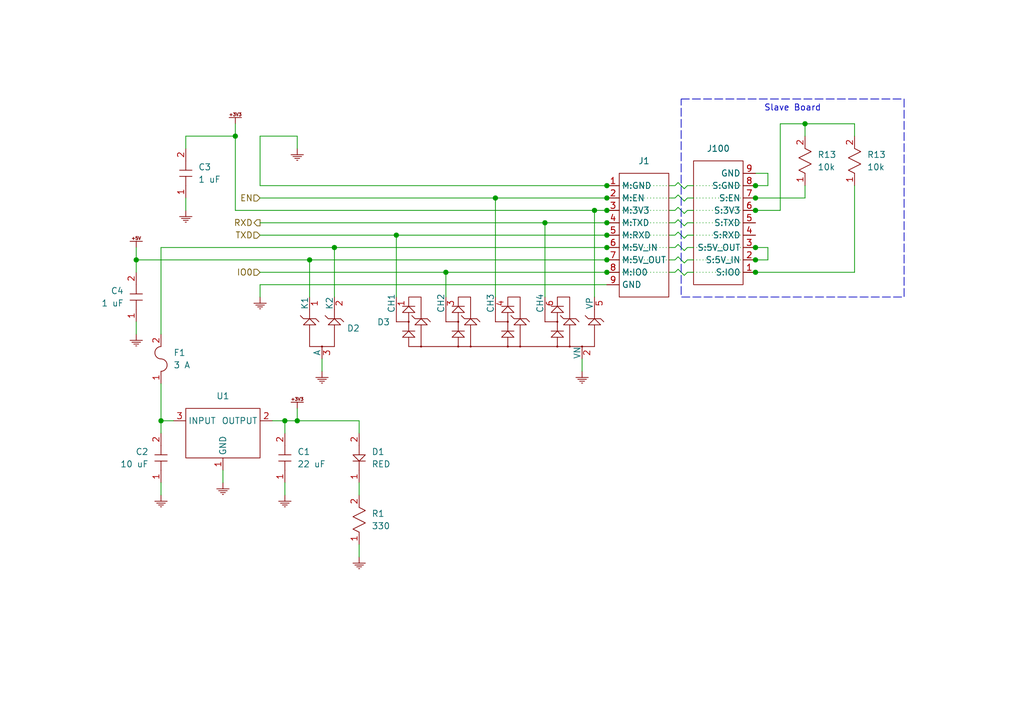
<source format=kicad_sch>
(kicad_sch (version 20230121) (generator eeschema)
  (paper "A5")
  (lib_symbols
    (symbol "zandmd:+3V3" (power) (pin_names (offset 0))
      (symbol "+3V3_0_1"
        (polyline (pts (xy -1.27 1.27) (xy 1.27 1.27)))
        (polyline (pts (xy 0 0) (xy 0 1.27)))
      )
      (symbol "+3V3_1_1"
        (text "+3V3" (at 0 1.905 0) (effects (font (size 0.635 0.635))))
        (pin power_in line (at 0 0 90) (length 0) hide (name "+3V3") (number "1"))
      )
    )
    (symbol "zandmd:+5V" (power) (pin_names (offset 0))
      (symbol "+5V_0_1"
        (polyline (pts (xy -1.27 1.27) (xy 1.27 1.27)))
        (polyline (pts (xy 0 0) (xy 0 1.27)))
      )
      (symbol "+5V_1_1"
        (text "+5V" (at 0 1.905 0) (effects (font (size 0.635 0.635))))
        (pin power_in line (at 0 0 90) (length 0) hide (name "+5V") (number "1"))
      )
    )
    (symbol "zandmd:AZ1084CS2-3.3TRE1"
      (property "Reference" "U" (at 0 0 0))
      (symbol "AZ1084CS2-3.3TRE1_0_1"
        (rectangle (start 2.54 12.7) (end 17.78 2.54))
      )
      (symbol "AZ1084CS2-3.3TRE1_1_1"
        (pin passive line (at 10.16 0 90) (length 2.54) (name "GND") (number "1"))
        (pin power_out line (at 20.32 10.16 180) (length 2.54) (name "OUTPUT") (number "2"))
        (pin power_in line (at 0 10.16 0) (length 2.54) (name "INPUT") (number "3"))
      )
    )
    (symbol "zandmd:CAPACITOR" (pin_names (offset 0))
      (property "Reference" "C" (at 0 0 0))
      (property "Value" "C" (at 0 0 0))
      (symbol "CAPACITOR_0_1"
        (polyline (pts (xy 2.54 0) (xy 4.445 0)))
        (polyline (pts (xy 4.445 1.27) (xy 4.445 -1.27)))
        (polyline (pts (xy 5.715 1.27) (xy 5.715 -1.27)))
        (polyline (pts (xy 7.62 0) (xy 5.715 0)))
      )
      (symbol "CAPACITOR_1_1"
        (pin passive line (at 0 0 0) (length 2.54) (name "") (number "1"))
        (pin passive line (at 10.16 0 180) (length 2.54) (name "") (number "2"))
      )
    )
    (symbol "zandmd:CF25081D0R0-10-NH"
      (property "Reference" "J" (at 0 0 0))
      (symbol "CF25081D0R0-10-NH_0_1"
        (rectangle (start 2.54 25.4) (end 12.7 0))
      )
      (symbol "CF25081D0R0-10-NH_1_1"
        (pin unspecified line (at 0 22.86 0) (length 2.54) (name "P1") (number "1") (alternate "M:GND" passive line) (alternate "S:IO0" open_collector line))
        (pin unspecified line (at 0 20.32 0) (length 2.54) (name "P2") (number "2") (alternate "M:EN" input line) (alternate "S:5V_IN" power_out line))
        (pin unspecified line (at 0 17.78 0) (length 2.54) (name "P3") (number "3") (alternate "M:3V3" power_in line) (alternate "S:5V_OUT" power_in line))
        (pin unspecified line (at 0 15.24 0) (length 2.54) (name "P4") (number "4") (alternate "M:TXD" output line) (alternate "S:RXD" output line))
        (pin unspecified line (at 0 12.7 0) (length 2.54) (name "P5") (number "5") (alternate "M:RXD" input line) (alternate "S:TXD" input line))
        (pin unspecified line (at 0 10.16 0) (length 2.54) (name "P6") (number "6") (alternate "M:5V_IN" power_out line) (alternate "S:3V3" power_out line))
        (pin unspecified line (at 0 7.62 0) (length 2.54) (name "P7") (number "7") (alternate "M:5V_OUT" power_in line) (alternate "S:EN" open_collector line))
        (pin unspecified line (at 0 5.08 0) (length 2.54) (name "P8") (number "8") (alternate "M:IO0" input line) (alternate "S:GND" passive line))
        (pin passive line (at 0 2.54 0) (length 2.54) (name "GND") (number "9"))
      )
    )
    (symbol "zandmd:CM1293A-04SO" (pin_names (offset 0))
      (property "Reference" "D" (at 0 0 0))
      (symbol "CM1293A-04SO_0_1"
        (polyline (pts (xy 0 10.16) (xy 0 7.62)))
        (polyline (pts (xy 1.27 5.715) (xy 3.81 5.715)))
        (polyline (pts (xy 1.27 10.795) (xy 3.81 10.795)))
        (polyline (pts (xy 2.54 4.445) (xy 2.54 2.54)))
        (polyline (pts (xy 2.54 7.62) (xy 0 7.62)))
        (polyline (pts (xy 2.54 9.525) (xy 2.54 5.715)))
        (polyline (pts (xy 5.08 6.985) (xy 5.08 2.54)))
        (polyline (pts (xy 10.16 10.16) (xy 10.16 7.62)))
        (polyline (pts (xy 11.43 5.715) (xy 13.97 5.715)))
        (polyline (pts (xy 11.43 10.795) (xy 13.97 10.795)))
        (polyline (pts (xy 12.7 4.445) (xy 12.7 2.54)))
        (polyline (pts (xy 12.7 7.62) (xy 10.16 7.62)))
        (polyline (pts (xy 12.7 9.525) (xy 12.7 5.715)))
        (polyline (pts (xy 15.24 6.985) (xy 15.24 2.54)))
        (polyline (pts (xy 20.32 10.16) (xy 20.32 7.62)))
        (polyline (pts (xy 21.59 5.715) (xy 24.13 5.715)))
        (polyline (pts (xy 21.59 10.795) (xy 24.13 10.795)))
        (polyline (pts (xy 22.86 4.445) (xy 22.86 2.54)))
        (polyline (pts (xy 22.86 7.62) (xy 20.32 7.62)))
        (polyline (pts (xy 22.86 9.525) (xy 22.86 5.715)))
        (polyline (pts (xy 25.4 6.985) (xy 25.4 2.54)))
        (polyline (pts (xy 30.48 10.16) (xy 30.48 7.62)))
        (polyline (pts (xy 31.75 5.715) (xy 34.29 5.715)))
        (polyline (pts (xy 31.75 10.795) (xy 34.29 10.795)))
        (polyline (pts (xy 33.02 4.445) (xy 33.02 2.54)))
        (polyline (pts (xy 33.02 7.62) (xy 30.48 7.62)))
        (polyline (pts (xy 33.02 9.525) (xy 33.02 5.715)))
        (polyline (pts (xy 35.56 6.985) (xy 35.56 2.54)))
        (polyline (pts (xy 40.64 2.54) (xy 2.54 2.54)))
        (polyline (pts (xy 40.64 6.985) (xy 40.64 2.54)))
        (polyline (pts (xy 40.64 8.255) (xy 40.64 10.16)))
        (polyline (pts (xy 2.54 5.715) (xy 1.27 4.445) (xy 3.81 4.445) (xy 2.54 5.715)))
        (polyline (pts (xy 2.54 10.795) (xy 1.27 9.525) (xy 3.81 9.525) (xy 2.54 10.795)))
        (polyline (pts (xy 2.54 10.795) (xy 2.54 12.7) (xy 5.08 12.7) (xy 5.08 8.255)))
        (polyline (pts (xy 5.08 8.255) (xy 3.81 6.985) (xy 6.35 6.985) (xy 5.08 8.255)))
        (polyline (pts (xy 6.985 7.62) (xy 6.35 8.255) (xy 3.81 8.255) (xy 3.175 8.89)))
        (polyline (pts (xy 12.7 5.715) (xy 11.43 4.445) (xy 13.97 4.445) (xy 12.7 5.715)))
        (polyline (pts (xy 12.7 10.795) (xy 11.43 9.525) (xy 13.97 9.525) (xy 12.7 10.795)))
        (polyline (pts (xy 12.7 10.795) (xy 12.7 12.7) (xy 15.24 12.7) (xy 15.24 8.255)))
        (polyline (pts (xy 15.24 8.255) (xy 13.97 6.985) (xy 16.51 6.985) (xy 15.24 8.255)))
        (polyline (pts (xy 17.145 7.62) (xy 16.51 8.255) (xy 13.97 8.255) (xy 13.335 8.89)))
        (polyline (pts (xy 22.86 5.715) (xy 21.59 4.445) (xy 24.13 4.445) (xy 22.86 5.715)))
        (polyline (pts (xy 22.86 10.795) (xy 21.59 9.525) (xy 24.13 9.525) (xy 22.86 10.795)))
        (polyline (pts (xy 22.86 10.795) (xy 22.86 12.7) (xy 25.4 12.7) (xy 25.4 8.255)))
        (polyline (pts (xy 25.4 8.255) (xy 24.13 6.985) (xy 26.67 6.985) (xy 25.4 8.255)))
        (polyline (pts (xy 27.305 7.62) (xy 26.67 8.255) (xy 24.13 8.255) (xy 23.495 8.89)))
        (polyline (pts (xy 33.02 5.715) (xy 31.75 4.445) (xy 34.29 4.445) (xy 33.02 5.715)))
        (polyline (pts (xy 33.02 10.795) (xy 31.75 9.525) (xy 34.29 9.525) (xy 33.02 10.795)))
        (polyline (pts (xy 33.02 10.795) (xy 33.02 12.7) (xy 35.56 12.7) (xy 35.56 8.255)))
        (polyline (pts (xy 35.56 8.255) (xy 34.29 6.985) (xy 36.83 6.985) (xy 35.56 8.255)))
        (polyline (pts (xy 37.465 7.62) (xy 36.83 8.255) (xy 34.29 8.255) (xy 33.655 8.89)))
        (polyline (pts (xy 40.64 8.255) (xy 39.37 6.985) (xy 41.91 6.985) (xy 40.64 8.255)))
        (polyline (pts (xy 42.545 7.62) (xy 41.91 8.255) (xy 39.37 8.255) (xy 38.735 8.89)))
        (circle (center 2.54 7.62) (radius 0.127))
        (circle (center 5.08 2.54) (radius 0.127))
        (circle (center 12.7 2.54) (radius 0.127))
        (circle (center 12.7 7.62) (radius 0.127))
        (circle (center 15.24 2.54) (radius 0.127))
        (circle (center 22.86 2.54) (radius 0.127))
        (circle (center 22.86 7.62) (radius 0.127))
        (circle (center 25.4 2.54) (radius 0.127))
        (circle (center 33.02 2.54) (radius 0.127))
        (circle (center 33.02 7.62) (radius 0.127))
        (circle (center 35.56 2.54) (radius 0.127))
        (circle (center 38.1 2.54) (radius 0.127))
      )
      (symbol "CM1293A-04SO_1_1"
        (pin passive line (at 0 12.7 270) (length 2.54) (name "CH1") (number "1"))
        (pin passive line (at 38.1 0 90) (length 2.54) (name "VN") (number "2"))
        (pin passive line (at 10.16 12.7 270) (length 2.54) (name "CH2") (number "3"))
        (pin passive line (at 20.32 12.7 270) (length 2.54) (name "CH3") (number "4"))
        (pin passive line (at 40.64 12.7 270) (length 2.54) (name "VP") (number "5"))
        (pin passive line (at 30.48 12.7 270) (length 2.54) (name "CH4") (number "6"))
      )
    )
    (symbol "zandmd:DF3A6.8LFV,L3F" (pin_names (offset 0))
      (property "Reference" "D" (at 0 0 0))
      (symbol "DF3A6.8LFV,L3F_0_1"
        (polyline (pts (xy 0 6.985) (xy 0 2.54)))
        (polyline (pts (xy 0 8.255) (xy 0 10.16)))
        (polyline (pts (xy 5.08 2.54) (xy 0 2.54)))
        (polyline (pts (xy 5.08 6.985) (xy 5.08 2.54)))
        (polyline (pts (xy 5.08 8.255) (xy 5.08 10.16)))
        (polyline (pts (xy 0 8.255) (xy -1.27 6.985) (xy 1.27 6.985) (xy 0 8.255)))
        (polyline (pts (xy 1.905 7.62) (xy 1.27 8.255) (xy -1.27 8.255) (xy -1.905 8.89)))
        (polyline (pts (xy 5.08 8.255) (xy 3.81 6.985) (xy 6.35 6.985) (xy 5.08 8.255)))
        (polyline (pts (xy 6.985 7.62) (xy 6.35 8.255) (xy 3.81 8.255) (xy 3.175 8.89)))
        (circle (center 2.54 2.54) (radius 0.127))
      )
      (symbol "DF3A6.8LFV,L3F_1_1"
        (pin passive line (at 0 12.7 270) (length 2.54) (name "K1") (number "1"))
        (pin passive line (at 5.08 12.7 270) (length 2.54) (name "K2") (number "2"))
        (pin passive line (at 2.54 0 90) (length 2.54) (name "A") (number "3"))
      )
    )
    (symbol "zandmd:DIODE" (pin_names (offset 0))
      (property "Reference" "D" (at 0 0 0))
      (symbol "DIODE_0_1"
        (polyline (pts (xy 4.445 0) (xy 2.54 0)))
        (polyline (pts (xy 4.445 1.27) (xy 4.445 -1.27)))
        (polyline (pts (xy 7.62 0) (xy 5.715 0)))
        (polyline (pts (xy 4.445 0) (xy 5.715 -1.27) (xy 5.715 1.27) (xy 4.445 0)))
      )
      (symbol "DIODE_1_1"
        (pin passive line (at 0 0 0) (length 2.54) (name "") (number "1"))
        (pin passive line (at 10.16 0 180) (length 2.54) (name "") (number "2"))
      )
    )
    (symbol "zandmd:GND" (power) (pin_names (offset 0))
      (symbol "GND_0_1"
        (polyline (pts (xy -1.27 -1.27) (xy 1.27 -1.27)))
        (polyline (pts (xy -0.889 -1.651) (xy 0.889 -1.651)))
        (polyline (pts (xy -0.508 -2.032) (xy 0.508 -2.032)))
        (polyline (pts (xy -0.127 -2.413) (xy 0.127 -2.413)))
        (polyline (pts (xy 0 0) (xy 0 -1.27)))
      )
      (symbol "GND_1_1"
        (pin power_in line (at 0 0 270) (length 0) hide (name "GND") (number "1"))
      )
    )
    (symbol "zandmd:PTC" (pin_names (offset 0))
      (property "Reference" "F" (at 0 0 0))
      (symbol "PTC_0_1"
        (arc (start 2.54 0) (mid 3.81 -1.2542) (end 5.08 0))
        (arc (start 7.62 0) (mid 6.35 1.2542) (end 5.08 0))
      )
      (symbol "PTC_1_1"
        (pin passive line (at 0 0 0) (length 2.54) (name "") (number "1"))
        (pin passive line (at 10.16 0 180) (length 2.54) (name "") (number "2"))
      )
    )
    (symbol "zandmd:RESISTOR" (pin_names (offset 0))
      (property "Reference" "R" (at 0 0 0))
      (property "Value" "R" (at 0 0 0))
      (symbol "RESISTOR_0_1"
        (polyline (pts (xy 2.54 0) (xy 3.175 1.27) (xy 4.445 -1.27) (xy 5.715 1.27) (xy 6.985 -1.27) (xy 7.62 0)))
      )
      (symbol "RESISTOR_1_1"
        (pin passive line (at 0 0 0) (length 2.54) (name "") (number "1"))
        (pin passive line (at 10.16 0 180) (length 2.54) (name "") (number "2"))
      )
    )
    (symbol "zandmd:SIM_ONLY" (pin_numbers hide) (pin_names (offset 0) hide) (in_bom no) (on_board no)
      (symbol "SIM_ONLY_1_1"
        (polyline (pts (xy 0 2.54) (xy 0 0)) (stroke (width 0) (color 0 150 0 1)))
        (pin passive line (at 0 2.54 270) (length 0) hide (name "1") (number "1"))
        (pin passive line (at 0 0 90) (length 0) hide (name "2") (number "2"))
      )
    )
    (symbol "zandmd:SIM_ONLY_CABLE" (pin_numbers hide) (pin_names (offset 0) hide) (in_bom no) (on_board no)
      (symbol "SIM_ONLY_CABLE_1_1"
        (polyline (pts (xy 0 0) (xy 1.27 0) (xy 1.905 0.635) (xy 3.175 -0.635) (xy 3.81 0) (xy 5.08 0)) (stroke (width 0) (color 0 150 0 1)))
        (pin passive line (at 5.08 0 180) (length 0) hide (name "1") (number "1"))
        (pin passive line (at 0 0 0) (length 0) hide (name "2") (number "2"))
      )
    )
  )
  (junction (at 154.94 43.18))
  (junction (at 154.94 38.1))
  (junction (at 124.46 53.34))
  (junction (at 124.46 50.8))
  (junction (at 165.1 25.4))
  (junction (at 124.46 55.88))
  (junction (at 111.76 45.72))
  (junction (at 58.42 86.36))
  (junction (at 91.44 55.88))
  (junction (at 101.6 40.64))
  (junction (at 81.28 48.26))
  (junction (at 68.58 50.8))
  (junction (at 27.94 53.34))
  (junction (at 124.46 43.18))
  (junction (at 33.02 86.36))
  (junction (at 121.92 43.18))
  (junction (at 124.46 48.26))
  (junction (at 48.26 27.94))
  (junction (at 124.46 45.72))
  (junction (at 124.46 40.64))
  (junction (at 63.5 53.34))
  (junction (at 154.94 53.34))
  (junction (at 60.96 86.36))
  (junction (at 154.94 50.8))
  (junction (at 124.46 38.1))
  (junction (at 154.94 40.64))
  (junction (at 154.94 55.88))
  (wire (pts (xy 66.04 73.66) (xy 66.04 76.2)))
  (wire (pts (xy 119.38 73.66) (xy 119.38 76.2)))
  (wire (pts (xy 160.02 25.4) (xy 165.1 25.4)))
  (wire (pts (xy 154.94 38.1) (xy 157.48 38.1)))
  (wire (pts (xy 121.92 43.18) (xy 121.92 60.96)))
  (wire (pts (xy 27.94 66.04) (xy 27.94 68.58)))
  (wire (pts (xy 53.34 27.94) (xy 60.96 27.94)))
  (wire (pts (xy 53.34 45.72) (xy 111.76 45.72)))
  (wire (pts (xy 45.72 96.52) (xy 45.72 99.06)))
  (wire (pts (xy 73.66 99.06) (xy 73.66 101.6)))
  (wire (pts (xy 154.94 35.56) (xy 157.48 35.56)))
  (wire (pts (xy 142.24 43.18) (xy 154.94 43.18)) (stroke (width 0) (type dot)))
  (wire (pts (xy 142.24 38.1) (xy 154.94 38.1)) (stroke (width 0) (type dot)))
  (wire (pts (xy 53.34 55.88) (xy 91.44 55.88)))
  (wire (pts (xy 160.02 43.18) (xy 160.02 25.4)))
  (wire (pts (xy 157.48 35.56) (xy 157.48 38.1)))
  (wire (pts (xy 68.58 50.8) (xy 68.58 60.96)))
  (wire (pts (xy 142.24 50.8) (xy 154.94 50.8)) (stroke (width 0) (type dot)))
  (wire (pts (xy 142.24 55.88) (xy 154.94 55.88)) (stroke (width 0) (type dot)))
  (wire (pts (xy 91.44 55.88) (xy 124.46 55.88)))
  (wire (pts (xy 53.34 48.26) (xy 81.28 48.26)))
  (wire (pts (xy 60.96 86.36) (xy 73.66 86.36)))
  (wire (pts (xy 68.58 50.8) (xy 124.46 50.8)))
  (wire (pts (xy 60.96 27.94) (xy 60.96 30.48)))
  (wire (pts (xy 165.1 38.1) (xy 165.1 40.64)))
  (wire (pts (xy 48.26 25.4) (xy 48.26 27.94)))
  (wire (pts (xy 33.02 86.36) (xy 33.02 88.9)))
  (wire (pts (xy 33.02 50.8) (xy 33.02 68.58)))
  (wire (pts (xy 33.02 99.06) (xy 33.02 101.6)))
  (wire (pts (xy 91.44 55.88) (xy 91.44 60.96)))
  (wire (pts (xy 124.46 45.72) (xy 137.16 45.72)) (stroke (width 0) (type dot)))
  (wire (pts (xy 124.46 50.8) (xy 137.16 50.8)) (stroke (width 0) (type dot)))
  (wire (pts (xy 142.24 40.64) (xy 154.94 40.64)) (stroke (width 0) (type dot)))
  (wire (pts (xy 53.34 58.42) (xy 124.46 58.42)))
  (wire (pts (xy 53.34 58.42) (xy 53.34 60.96)))
  (wire (pts (xy 60.96 86.36) (xy 58.42 86.36)))
  (wire (pts (xy 124.46 55.88) (xy 137.16 55.88)) (stroke (width 0) (type dot)))
  (wire (pts (xy 124.46 48.26) (xy 137.16 48.26)) (stroke (width 0) (type dot)))
  (wire (pts (xy 55.88 86.36) (xy 58.42 86.36)))
  (wire (pts (xy 48.26 43.18) (xy 48.26 27.94)))
  (wire (pts (xy 81.28 48.26) (xy 124.46 48.26)))
  (wire (pts (xy 53.34 38.1) (xy 53.34 27.94)))
  (wire (pts (xy 142.24 53.34) (xy 154.94 53.34)) (stroke (width 0) (type dot)))
  (wire (pts (xy 60.96 83.82) (xy 60.96 86.36)))
  (wire (pts (xy 124.46 40.64) (xy 137.16 40.64)) (stroke (width 0) (type dot)))
  (wire (pts (xy 33.02 78.74) (xy 33.02 86.36)))
  (wire (pts (xy 154.94 55.88) (xy 175.26 55.88)))
  (wire (pts (xy 58.42 99.06) (xy 58.42 101.6)))
  (wire (pts (xy 73.66 111.76) (xy 73.66 114.3)))
  (wire (pts (xy 124.46 38.1) (xy 53.34 38.1)))
  (wire (pts (xy 142.24 48.26) (xy 154.94 48.26)) (stroke (width 0) (type dot)))
  (wire (pts (xy 38.1 30.48) (xy 38.1 27.94)))
  (wire (pts (xy 48.26 43.18) (xy 121.92 43.18)))
  (wire (pts (xy 124.46 38.1) (xy 137.16 38.1)) (stroke (width 0) (type dot)))
  (wire (pts (xy 154.94 40.64) (xy 165.1 40.64)))
  (wire (pts (xy 27.94 50.8) (xy 27.94 53.34)))
  (wire (pts (xy 165.1 25.4) (xy 165.1 27.94)))
  (wire (pts (xy 27.94 53.34) (xy 63.5 53.34)))
  (wire (pts (xy 142.24 45.72) (xy 154.94 45.72)) (stroke (width 0) (type dot)))
  (wire (pts (xy 175.26 38.1) (xy 175.26 55.88)))
  (wire (pts (xy 154.94 53.34) (xy 157.48 53.34)))
  (wire (pts (xy 121.92 43.18) (xy 124.46 43.18)))
  (wire (pts (xy 101.6 40.64) (xy 124.46 40.64)))
  (wire (pts (xy 73.66 86.36) (xy 73.66 88.9)))
  (wire (pts (xy 81.28 48.26) (xy 81.28 60.96)))
  (wire (pts (xy 111.76 45.72) (xy 124.46 45.72)))
  (wire (pts (xy 58.42 86.36) (xy 58.42 88.9)))
  (wire (pts (xy 38.1 40.64) (xy 38.1 43.18)))
  (wire (pts (xy 53.34 40.64) (xy 101.6 40.64)))
  (wire (pts (xy 124.46 53.34) (xy 137.16 53.34)) (stroke (width 0) (type dot)))
  (wire (pts (xy 175.26 27.94) (xy 175.26 25.4)))
  (wire (pts (xy 38.1 27.94) (xy 48.26 27.94)))
  (wire (pts (xy 175.26 25.4) (xy 165.1 25.4)))
  (wire (pts (xy 101.6 40.64) (xy 101.6 60.96)))
  (wire (pts (xy 124.46 43.18) (xy 137.16 43.18)) (stroke (width 0) (type dot)))
  (wire (pts (xy 63.5 53.34) (xy 124.46 53.34)))
  (wire (pts (xy 33.02 50.8) (xy 68.58 50.8)))
  (wire (pts (xy 27.94 53.34) (xy 27.94 55.88)))
  (wire (pts (xy 154.94 43.18) (xy 160.02 43.18)))
  (wire (pts (xy 63.5 53.34) (xy 63.5 60.96)))
  (wire (pts (xy 154.94 50.8) (xy 157.48 50.8)))
  (wire (pts (xy 35.56 86.36) (xy 33.02 86.36)))
  (wire (pts (xy 111.76 45.72) (xy 111.76 60.96)))
  (text_box "Slave Board" (at 139.7 20.32 0) (size 45.72 40.64) (stroke (width 0) (type dash)) (effects (font (size 1.27 1.27)) (justify top)))
  (hierarchical_label "TXD" (shape input) (at 53.34 48.26 180))
  (hierarchical_label "RXD" (shape output) (at 53.34 45.72 180))
  (hierarchical_label "EN" (shape input) (at 53.34 40.64 180))
  (hierarchical_label "IO0" (shape input) (at 53.34 55.88 180))
  (symbol (lib_id "zandmd:SIM_ONLY_CABLE") (at 137.16 40.64 0) (unit 1) (in_bom no) (on_board no)
    (property "Reference" "JP102" (effects hide))
    (property "Sim.Device" "R" (effects hide))
    (property "Sim.Params" "r=1" (effects hide))
    (property "Sim.Pins" "1=+ 2=-" (effects hide))
  )
  (symbol (lib_id "zandmd:RESISTOR") (at 165.1 38.1 90) (unit 1) (in_bom no) (on_board no)
    (property "Reference" "R13" (at 167.64 31.75 90) (effects (justify right)))
    (property "Value" "10k" (at 167.64 34.29 90) (effects (justify right)))
    (property "Footprint" "zandmd:PASSIVE-NPOL-0805" (effects hide))
    (property "Sim.Device" "R" (effects hide))
    (property "Sim.Pins" "1=+ 2=-" (effects hide))
    (instances (project "programmer" (path "" (reference "R13") (unit 1)) (path "" (reference "R15") (unit 1)) (path "" (reference "R100") (unit 1))))
  )
  (symbol (lib_id "zandmd:GND") (at 33.02 101.6 0) (unit 1)
    (property "Reference" "#PWR028" (effects hide))
    (property "Value" "GND" (effects hide))
  )
  (symbol (lib_id "zandmd:GND") (at 60.96 30.48 0) (unit 1)
    (property "Reference" "#PWR024" (effects hide))
    (property "Value" "GND" (effects hide))
  )
  (symbol (lib_id "zandmd:CAPACITOR") (at 38.1 40.64 90) (unit 1)
    (property "Reference" "C3" (at 40.64 34.29 90) (effects (justify right)))
    (property "Value" "1 uF" (at 40.64 36.83 90) (effects (justify right)))
    (property "Footprint" "zandmd:PASSIVE-NPOL-0805" (effects hide))
    (property "Sim.Device" "C" (effects hide))
    (property "Sim.Pins" "1=+ 2=-" (effects hide))
  )
  (symbol (lib_id "zandmd:SIM_ONLY_CABLE") (at 137.16 43.18 0) (unit 1) (in_bom no) (on_board no)
    (property "Reference" "JP103" (effects hide))
    (property "Sim.Device" "R" (effects hide))
    (property "Sim.Params" "r=1" (effects hide))
    (property "Sim.Pins" "1=+ 2=-" (effects hide))
  )
  (symbol (lib_id "zandmd:CAPACITOR") (at 33.02 99.06 90) (unit 1)
    (property "Reference" "C2" (at 30.48 92.71 90) (effects (justify left)))
    (property "Value" "10 uF" (at 30.48 95.25 90) (effects (justify left)))
    (property "Footprint" "zandmd:PASSIVE-NPOL-0805" (effects hide))
    (property "Sim.Device" "C" (effects hide))
    (property "Sim.Pins" "1=+ 2=-" (effects hide))
  )
  (symbol (lib_id "zandmd:PTC") (at 33.02 78.74 90) (unit 1)
    (property "Reference" "F1" (at 35.56 72.39 90) (effects (justify right)))
    (property "Value" "3 A" (at 35.56 74.93 90) (effects (justify right)))
    (property "Footprint" "zandmd:PASSIVE-NPOL-1206" (effects hide))
    (property "Sim.Enable" "0" (effects hide))
  )
  (symbol (lib_id "zandmd:GND") (at 119.38 76.2 0) (unit 1)
    (property "Reference" "#PWR033" (effects hide))
    (property "Value" "GND" (effects hide))
  )
  (symbol (lib_id "zandmd:+3V3") (at 60.96 83.82 0) (unit 1)
    (property "Reference" "#PWR031" (effects hide))
    (property "Value" "+3V3" (effects hide))
  )
  (symbol (lib_id "zandmd:SIM_ONLY") (at 157.48 53.34 0) (unit 1) (in_bom no) (on_board no)
    (property "Reference" "JP100" (effects hide))
    (property "Value" "0" (effects hide))
    (property "Sim.Device" "R" (effects hide))
    (property "Sim.Params" "r=0" (effects hide))
    (property "Sim.Pins" "1=+ 2=-" (effects hide))
  )
  (symbol (lib_id "zandmd:GND") (at 45.72 99.06 0) (unit 1)
    (property "Reference" "#PWR029" (effects hide))
    (property "Value" "GND" (effects hide))
  )
  (symbol (lib_id "zandmd:GND") (at 53.34 60.96 0) (unit 1)
    (property "Reference" "#PWR022" (effects hide))
    (property "Value" "GND" (effects hide))
  )
  (symbol (lib_id "zandmd:GND") (at 66.04 76.2 0) (unit 1)
    (property "Reference" "#PWR06" (effects hide))
    (property "Value" "GND" (effects hide))
  )
  (symbol (lib_id "zandmd:AZ1084CS2-3.3TRE1") (at 35.56 96.52 0) (unit 1)
    (property "Reference" "U1" (at 45.72 81.28 0))
    (property "Value" "AZ1084CS2-3.3TRE1" (effects hide))
    (property "Footprint" "zandmd:AZ1084CS2-3.3TRE1" (effects hide))
    (property "Datasheet" "https://www.diodes.com/assets/Datasheets/AZ1084C.pdf" (effects hide))
    (property "Sim.Enable" "0" (effects hide))
  )
  (symbol (lib_id "zandmd:GND") (at 27.94 68.58 0) (unit 1)
    (property "Reference" "#PWR027" (effects hide))
    (property "Value" "GND" (effects hide))
  )
  (symbol (lib_id "zandmd:SIM_ONLY_CABLE") (at 137.16 45.72 0) (unit 1) (in_bom no) (on_board no)
    (property "Reference" "JP104" (effects hide))
    (property "Sim.Device" "R" (effects hide))
    (property "Sim.Params" "r=1" (effects hide))
    (property "Sim.Pins" "1=+ 2=-" (effects hide))
  )
  (symbol (lib_id "zandmd:CAPACITOR") (at 58.42 99.06 90) (unit 1)
    (property "Reference" "C1" (at 60.96 92.71 90) (effects (justify right)))
    (property "Value" "22 uF" (at 60.96 95.25 90) (effects (justify right)))
    (property "Footprint" "zandmd:PASSIVE-NPOL-0805" (effects hide))
    (property "Sim.Device" "C" (effects hide))
    (property "Sim.Pins" "1=+ 2=-" (effects hide))
  )
  (symbol (lib_id "zandmd:SIM_ONLY_CABLE") (at 137.16 50.8 0) (unit 1) (in_bom no) (on_board no)
    (property "Reference" "JP106" (effects hide))
    (property "Sim.Device" "R" (effects hide))
    (property "Sim.Params" "r=1" (effects hide))
    (property "Sim.Pins" "1=+ 2=-" (effects hide))
  )
  (symbol (lib_id "zandmd:SIM_ONLY_CABLE") (at 137.16 55.88 0) (unit 1) (in_bom no) (on_board no)
    (property "Reference" "JP108" (effects hide))
    (property "Sim.Device" "R" (effects hide))
    (property "Sim.Params" "r=1" (effects hide))
    (property "Sim.Pins" "1=+ 2=-" (effects hide))
  )
  (symbol (lib_id "zandmd:CF25081D0R0-10-NH") (at 154.94 33.02 180) (unit 1) (in_bom no) (on_board no)
    (property "Reference" "J100" (at 147.32 30.48 0))
    (property "Value" "CF25081D0R0-10-NH" (effects hide))
    (property "Footprint" "zandmd:CF25081D0R0-10-NH" (effects hide))
    (property "Datasheet" "https://media.digikey.com/pdf/Data%20Sheets/Cvilux%20USA%20PDFs/CF2519SF.PDF" (effects hide))
    (property "Sim.Enable" "0" (effects hide))
    (pin "1" (alternate "S:IO0"))
    (pin "2" (alternate "S:5V_IN"))
    (pin "3" (alternate "S:5V_OUT"))
    (pin "4" (alternate "S:RXD"))
    (pin "5" (alternate "S:TXD"))
    (pin "6" (alternate "S:3V3"))
    (pin "7" (alternate "S:EN"))
    (pin "8" (alternate "S:GND"))
  )
  (symbol (lib_id "zandmd:SIM_ONLY_CABLE") (at 137.16 53.34 0) (unit 1) (in_bom no) (on_board no)
    (property "Reference" "JP107" (effects hide))
    (property "Sim.Device" "R" (effects hide))
    (property "Sim.Params" "r=1" (effects hide))
    (property "Sim.Pins" "1=+ 2=-" (effects hide))
  )
  (symbol (lib_id "zandmd:+3V3") (at 48.26 25.4 0) (unit 1)
    (property "Reference" "#PWR023" (effects hide))
    (property "Value" "+3V3" (effects hide))
  )
  (symbol (lib_id "zandmd:GND") (at 58.42 101.6 0) (unit 1)
    (property "Reference" "#PWR030" (effects hide))
    (property "Value" "GND" (effects hide))
  )
  (symbol (lib_id "zandmd:DIODE") (at 73.66 99.06 90) (unit 1)
    (property "Reference" "D1" (at 76.2 92.71 90) (effects (justify right)))
    (property "Value" "RED" (at 76.2 95.25 90) (effects (justify right)))
    (property "Footprint" "zandmd:PASSIVE-POL-0805" (effects hide))
    (property "Sim.Enable" "0" (effects hide))
  )
  (symbol (lib_id "zandmd:CAPACITOR") (at 27.94 66.04 90) (unit 1)
    (property "Reference" "C4" (at 25.4 59.69 90) (effects (justify left)))
    (property "Value" "1 uF" (at 25.4 62.23 90) (effects (justify left)))
    (property "Footprint" "zandmd:PASSIVE-NPOL-0805" (effects hide))
    (property "Sim.Device" "C" (effects hide))
    (property "Sim.Pins" "1=+ 2=-" (effects hide))
  )
  (symbol (lib_id "zandmd:GND") (at 38.1 43.18 0) (unit 1)
    (property "Reference" "#PWR026" (effects hide))
    (property "Value" "GND" (effects hide))
  )
  (symbol (lib_id "zandmd:SIM_ONLY_CABLE") (at 137.16 48.26 0) (unit 1) (in_bom no) (on_board no)
    (property "Reference" "JP105" (effects hide))
    (property "Sim.Device" "R" (effects hide))
    (property "Sim.Params" "r=1" (effects hide))
    (property "Sim.Pins" "1=+ 2=-" (effects hide))
  )
  (symbol (lib_id "zandmd:CF25081D0R0-10-NH") (at 124.46 60.96 0) (unit 1)
    (property "Reference" "J1" (at 132.08 33.02 0))
    (property "Value" "CF25081D0R0-10-NH" (effects hide))
    (property "Footprint" "zandmd:CF25081D0R0-10-NH" (effects hide))
    (property "Datasheet" "https://media.digikey.com/pdf/Data%20Sheets/Cvilux%20USA%20PDFs/CF2519SF.PDF" (effects hide))
    (property "Sim.Enable" "0" (effects hide))
    (pin "1" (alternate "M:GND"))
    (pin "2" (alternate "M:EN"))
    (pin "3" (alternate "M:3V3"))
    (pin "4" (alternate "M:TXD"))
    (pin "5" (alternate "M:RXD"))
    (pin "6" (alternate "M:5V_IN"))
    (pin "7" (alternate "M:5V_OUT"))
    (pin "8" (alternate "M:IO0"))
  )
  (symbol (lib_id "zandmd:RESISTOR") (at 175.26 38.1 90) (unit 1) (in_bom no) (on_board no)
    (property "Reference" "R13" (at 177.8 31.75 90) (effects (justify right)))
    (property "Value" "10k" (at 177.8 34.29 90) (effects (justify right)))
    (property "Footprint" "zandmd:PASSIVE-NPOL-0805" (effects hide))
    (property "Sim.Device" "R" (effects hide))
    (property "Sim.Pins" "1=+ 2=-" (effects hide))
    (instances (project "programmer" (path "" (reference "R13") (unit 1)) (path "" (reference "R15") (unit 1)) (path "" (reference "R101") (unit 1))))
  )
  (symbol (lib_id "zandmd:CM1293A-04SO") (at 81.28 73.66 0) (unit 1)
    (property "Reference" "D3" (at 80.01 66.1035 0) (effects (justify right)))
    (property "Value" "CM1293A-04SO" (effects hide))
    (property "Footprint" "zandmd:CM1293A-04SO" (effects hide))
    (property "Datasheet" "https://www.onsemi.com/pdf/datasheet/cm1293a-04so-d.pdf" (effects hide))
    (property "Sim.Enable" "0" (effects hide))
  )
  (symbol (lib_id "zandmd:DF3A6.8LFV,L3F") (at 63.5 73.66 0) (unit 1)
    (property "Reference" "D2" (at 71.12 67.3735 0) (effects (justify left)))
    (property "Value" "DF3A6.8LFV,L3F" (effects hide))
    (property "Footprint" "zandmd:DF3A6.8LFV,L3F" (effects hide))
    (property "Datasheet" "https://toshiba.semicon-storage.com/info/DF3A6.8LFV_datasheet_en_20140301.pdf?did=6014&prodName=DF3A6.8LFV" (effects hide))
    (property "Sim.Enable" "0" (effects hide))
  )
  (symbol (lib_id "zandmd:SIM_ONLY_CABLE") (at 137.16 38.1 0) (unit 1) (in_bom no) (on_board no)
    (property "Reference" "JP101" (effects hide))
    (property "Sim.Device" "R" (effects hide))
    (property "Sim.Params" "r=1" (effects hide))
    (property "Sim.Pins" "1=+ 2=-" (effects hide))
  )
  (symbol (lib_id "zandmd:+5V") (at 27.94 50.8 0) (unit 1)
    (property "Reference" "#PWR025" (effects hide))
    (property "Value" "+5V" (effects hide))
  )
  (symbol (lib_id "zandmd:GND") (at 73.66 114.3 0) (unit 1)
    (property "Reference" "#PWR032" (effects hide))
    (property "Value" "GND" (effects hide))
  )
  (symbol (lib_id "zandmd:RESISTOR") (at 73.66 111.76 90) (unit 1)
    (property "Reference" "R1" (at 76.2 105.41 90) (effects (justify right)))
    (property "Value" "330" (at 76.2 107.95 90) (effects (justify right)))
    (property "Footprint" "zandmd:PASSIVE-NPOL-0805" (effects hide))
    (property "Sim.Device" "R" (effects hide))
    (property "Sim.Pins" "1=+ 2=-" (effects hide))
  )
)
</source>
